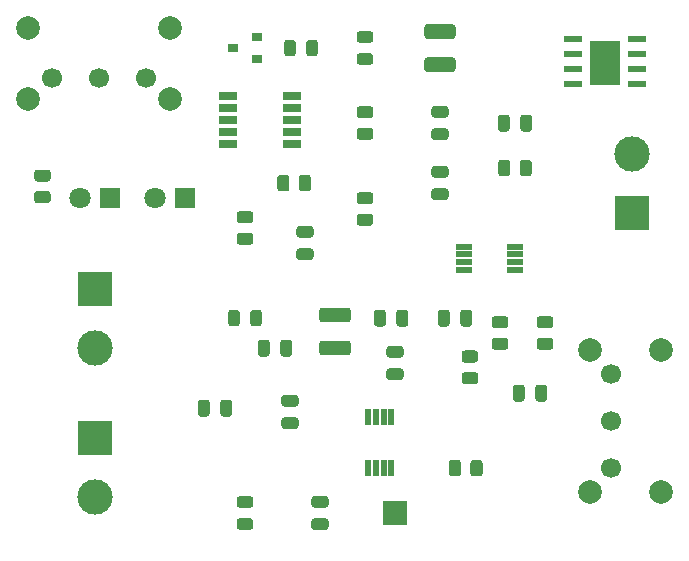
<source format=gbr>
%TF.GenerationSoftware,KiCad,Pcbnew,(5.1.10)-1*%
%TF.CreationDate,2021-08-29T18:49:46-07:00*%
%TF.ProjectId,Solar Charger,536f6c61-7220-4436-9861-726765722e6b,rev?*%
%TF.SameCoordinates,Original*%
%TF.FileFunction,Soldermask,Top*%
%TF.FilePolarity,Negative*%
%FSLAX46Y46*%
G04 Gerber Fmt 4.6, Leading zero omitted, Abs format (unit mm)*
G04 Created by KiCad (PCBNEW (5.1.10)-1) date 2021-08-29 18:49:46*
%MOMM*%
%LPD*%
G01*
G04 APERTURE LIST*
%ADD10C,1.700000*%
%ADD11C,2.000000*%
%ADD12C,1.800000*%
%ADD13R,1.800000X1.800000*%
%ADD14R,0.480000X1.470000*%
%ADD15R,1.525000X0.650000*%
%ADD16R,1.470000X0.480000*%
%ADD17R,2.620000X3.810000*%
%ADD18R,1.600000X0.610000*%
%ADD19R,2.000000X2.000000*%
%ADD20R,0.900000X0.800000*%
%ADD21C,3.000000*%
%ADD22R,3.000000X3.000000*%
G04 APERTURE END LIST*
D10*
%TO.C,Output +5V*%
X119860000Y-83440000D03*
X119860000Y-87440000D03*
X119860000Y-91440000D03*
D11*
X124110000Y-93440000D03*
X124110000Y-81440000D03*
X118110000Y-81440000D03*
X118110000Y-93440000D03*
%TD*%
D12*
%TO.C,Fully Charged*%
X81280000Y-68580000D03*
D13*
X83820000Y-68580000D03*
%TD*%
D10*
%TO.C,Charge Battery*%
X72550000Y-58420000D03*
X76550000Y-58420000D03*
X80550000Y-58420000D03*
D11*
X82550000Y-54170000D03*
X70550000Y-54170000D03*
X70550000Y-60170000D03*
X82550000Y-60170000D03*
%TD*%
D14*
%TO.C,U4*%
X101305000Y-87140000D03*
X100655000Y-87140000D03*
X100005000Y-87140000D03*
X99355000Y-87140000D03*
X99355000Y-91440000D03*
X100005000Y-91440000D03*
X100655000Y-91440000D03*
X101305000Y-91440000D03*
%TD*%
D15*
%TO.C,U3*%
X87458000Y-59960000D03*
X87458000Y-60960000D03*
X87458000Y-61960000D03*
X87458000Y-62960000D03*
X87458000Y-63960000D03*
X92882000Y-63960000D03*
X92882000Y-62960000D03*
X92882000Y-61960000D03*
X92882000Y-60960000D03*
X92882000Y-59960000D03*
%TD*%
D16*
%TO.C,U2*%
X111760000Y-74635000D03*
X111760000Y-73985000D03*
X111760000Y-73335000D03*
X111760000Y-72685000D03*
X107460000Y-72685000D03*
X107460000Y-73335000D03*
X107460000Y-73985000D03*
X107460000Y-74635000D03*
%TD*%
D17*
%TO.C,U1*%
X119380000Y-57150000D03*
D18*
X122080000Y-57635000D03*
X116680000Y-55095000D03*
X116680000Y-56365000D03*
X116680000Y-57635000D03*
X116680000Y-58905000D03*
X122080000Y-55095000D03*
X122080000Y-56365000D03*
X122080000Y-58905000D03*
%TD*%
D19*
%TO.C,TP1*%
X101600000Y-95250000D03*
%TD*%
%TO.C,R10*%
G36*
G01*
X107992500Y-91890001D02*
X107992500Y-90989999D01*
G75*
G02*
X108242499Y-90740000I249999J0D01*
G01*
X108767501Y-90740000D01*
G75*
G02*
X109017500Y-90989999I0J-249999D01*
G01*
X109017500Y-91890001D01*
G75*
G02*
X108767501Y-92140000I-249999J0D01*
G01*
X108242499Y-92140000D01*
G75*
G02*
X107992500Y-91890001I0J249999D01*
G01*
G37*
G36*
G01*
X106167500Y-91890001D02*
X106167500Y-90989999D01*
G75*
G02*
X106417499Y-90740000I249999J0D01*
G01*
X106942501Y-90740000D01*
G75*
G02*
X107192500Y-90989999I0J-249999D01*
G01*
X107192500Y-91890001D01*
G75*
G02*
X106942501Y-92140000I-249999J0D01*
G01*
X106417499Y-92140000D01*
G75*
G02*
X106167500Y-91890001I0J249999D01*
G01*
G37*
%TD*%
%TO.C,R9*%
G36*
G01*
X99510001Y-61830000D02*
X98609999Y-61830000D01*
G75*
G02*
X98360000Y-61580001I0J249999D01*
G01*
X98360000Y-61054999D01*
G75*
G02*
X98609999Y-60805000I249999J0D01*
G01*
X99510001Y-60805000D01*
G75*
G02*
X99760000Y-61054999I0J-249999D01*
G01*
X99760000Y-61580001D01*
G75*
G02*
X99510001Y-61830000I-249999J0D01*
G01*
G37*
G36*
G01*
X99510001Y-63655000D02*
X98609999Y-63655000D01*
G75*
G02*
X98360000Y-63405001I0J249999D01*
G01*
X98360000Y-62879999D01*
G75*
G02*
X98609999Y-62630000I249999J0D01*
G01*
X99510001Y-62630000D01*
G75*
G02*
X99760000Y-62879999I0J-249999D01*
G01*
X99760000Y-63405001D01*
G75*
G02*
X99510001Y-63655000I-249999J0D01*
G01*
G37*
%TD*%
%TO.C,R8*%
G36*
G01*
X99510001Y-69092500D02*
X98609999Y-69092500D01*
G75*
G02*
X98360000Y-68842501I0J249999D01*
G01*
X98360000Y-68317499D01*
G75*
G02*
X98609999Y-68067500I249999J0D01*
G01*
X99510001Y-68067500D01*
G75*
G02*
X99760000Y-68317499I0J-249999D01*
G01*
X99760000Y-68842501D01*
G75*
G02*
X99510001Y-69092500I-249999J0D01*
G01*
G37*
G36*
G01*
X99510001Y-70917500D02*
X98609999Y-70917500D01*
G75*
G02*
X98360000Y-70667501I0J249999D01*
G01*
X98360000Y-70142499D01*
G75*
G02*
X98609999Y-69892500I249999J0D01*
G01*
X99510001Y-69892500D01*
G75*
G02*
X99760000Y-70142499I0J-249999D01*
G01*
X99760000Y-70667501D01*
G75*
G02*
X99510001Y-70917500I-249999J0D01*
G01*
G37*
%TD*%
%TO.C,R7*%
G36*
G01*
X93467500Y-67760001D02*
X93467500Y-66859999D01*
G75*
G02*
X93717499Y-66610000I249999J0D01*
G01*
X94242501Y-66610000D01*
G75*
G02*
X94492500Y-66859999I0J-249999D01*
G01*
X94492500Y-67760001D01*
G75*
G02*
X94242501Y-68010000I-249999J0D01*
G01*
X93717499Y-68010000D01*
G75*
G02*
X93467500Y-67760001I0J249999D01*
G01*
G37*
G36*
G01*
X91642500Y-67760001D02*
X91642500Y-66859999D01*
G75*
G02*
X91892499Y-66610000I249999J0D01*
G01*
X92417501Y-66610000D01*
G75*
G02*
X92667500Y-66859999I0J-249999D01*
G01*
X92667500Y-67760001D01*
G75*
G02*
X92417501Y-68010000I-249999J0D01*
G01*
X91892499Y-68010000D01*
G75*
G02*
X91642500Y-67760001I0J249999D01*
G01*
G37*
%TD*%
%TO.C,R6*%
G36*
G01*
X110039999Y-80410000D02*
X110940001Y-80410000D01*
G75*
G02*
X111190000Y-80659999I0J-249999D01*
G01*
X111190000Y-81185001D01*
G75*
G02*
X110940001Y-81435000I-249999J0D01*
G01*
X110039999Y-81435000D01*
G75*
G02*
X109790000Y-81185001I0J249999D01*
G01*
X109790000Y-80659999D01*
G75*
G02*
X110039999Y-80410000I249999J0D01*
G01*
G37*
G36*
G01*
X110039999Y-78585000D02*
X110940001Y-78585000D01*
G75*
G02*
X111190000Y-78834999I0J-249999D01*
G01*
X111190000Y-79360001D01*
G75*
G02*
X110940001Y-79610000I-249999J0D01*
G01*
X110039999Y-79610000D01*
G75*
G02*
X109790000Y-79360001I0J249999D01*
G01*
X109790000Y-78834999D01*
G75*
G02*
X110039999Y-78585000I249999J0D01*
G01*
G37*
%TD*%
%TO.C,R5*%
G36*
G01*
X108400001Y-82507500D02*
X107499999Y-82507500D01*
G75*
G02*
X107250000Y-82257501I0J249999D01*
G01*
X107250000Y-81732499D01*
G75*
G02*
X107499999Y-81482500I249999J0D01*
G01*
X108400001Y-81482500D01*
G75*
G02*
X108650000Y-81732499I0J-249999D01*
G01*
X108650000Y-82257501D01*
G75*
G02*
X108400001Y-82507500I-249999J0D01*
G01*
G37*
G36*
G01*
X108400001Y-84332500D02*
X107499999Y-84332500D01*
G75*
G02*
X107250000Y-84082501I0J249999D01*
G01*
X107250000Y-83557499D01*
G75*
G02*
X107499999Y-83307500I249999J0D01*
G01*
X108400001Y-83307500D01*
G75*
G02*
X108650000Y-83557499I0J-249999D01*
G01*
X108650000Y-84082501D01*
G75*
G02*
X108400001Y-84332500I-249999J0D01*
G01*
G37*
%TD*%
%TO.C,R4*%
G36*
G01*
X113849999Y-80410000D02*
X114750001Y-80410000D01*
G75*
G02*
X115000000Y-80659999I0J-249999D01*
G01*
X115000000Y-81185001D01*
G75*
G02*
X114750001Y-81435000I-249999J0D01*
G01*
X113849999Y-81435000D01*
G75*
G02*
X113600000Y-81185001I0J249999D01*
G01*
X113600000Y-80659999D01*
G75*
G02*
X113849999Y-80410000I249999J0D01*
G01*
G37*
G36*
G01*
X113849999Y-78585000D02*
X114750001Y-78585000D01*
G75*
G02*
X115000000Y-78834999I0J-249999D01*
G01*
X115000000Y-79360001D01*
G75*
G02*
X114750001Y-79610000I-249999J0D01*
G01*
X113849999Y-79610000D01*
G75*
G02*
X113600000Y-79360001I0J249999D01*
G01*
X113600000Y-78834999D01*
G75*
G02*
X113849999Y-78585000I249999J0D01*
G01*
G37*
%TD*%
%TO.C,R3*%
G36*
G01*
X89350001Y-70720000D02*
X88449999Y-70720000D01*
G75*
G02*
X88200000Y-70470001I0J249999D01*
G01*
X88200000Y-69944999D01*
G75*
G02*
X88449999Y-69695000I249999J0D01*
G01*
X89350001Y-69695000D01*
G75*
G02*
X89600000Y-69944999I0J-249999D01*
G01*
X89600000Y-70470001D01*
G75*
G02*
X89350001Y-70720000I-249999J0D01*
G01*
G37*
G36*
G01*
X89350001Y-72545000D02*
X88449999Y-72545000D01*
G75*
G02*
X88200000Y-72295001I0J249999D01*
G01*
X88200000Y-71769999D01*
G75*
G02*
X88449999Y-71520000I249999J0D01*
G01*
X89350001Y-71520000D01*
G75*
G02*
X89600000Y-71769999I0J-249999D01*
G01*
X89600000Y-72295001D01*
G75*
G02*
X89350001Y-72545000I-249999J0D01*
G01*
G37*
%TD*%
%TO.C,R2*%
G36*
G01*
X72205001Y-67187500D02*
X71304999Y-67187500D01*
G75*
G02*
X71055000Y-66937501I0J249999D01*
G01*
X71055000Y-66412499D01*
G75*
G02*
X71304999Y-66162500I249999J0D01*
G01*
X72205001Y-66162500D01*
G75*
G02*
X72455000Y-66412499I0J-249999D01*
G01*
X72455000Y-66937501D01*
G75*
G02*
X72205001Y-67187500I-249999J0D01*
G01*
G37*
G36*
G01*
X72205001Y-69012500D02*
X71304999Y-69012500D01*
G75*
G02*
X71055000Y-68762501I0J249999D01*
G01*
X71055000Y-68237499D01*
G75*
G02*
X71304999Y-67987500I249999J0D01*
G01*
X72205001Y-67987500D01*
G75*
G02*
X72455000Y-68237499I0J-249999D01*
G01*
X72455000Y-68762501D01*
G75*
G02*
X72205001Y-69012500I-249999J0D01*
G01*
G37*
%TD*%
%TO.C,R1*%
G36*
G01*
X111360000Y-65589999D02*
X111360000Y-66490001D01*
G75*
G02*
X111110001Y-66740000I-249999J0D01*
G01*
X110584999Y-66740000D01*
G75*
G02*
X110335000Y-66490001I0J249999D01*
G01*
X110335000Y-65589999D01*
G75*
G02*
X110584999Y-65340000I249999J0D01*
G01*
X111110001Y-65340000D01*
G75*
G02*
X111360000Y-65589999I0J-249999D01*
G01*
G37*
G36*
G01*
X113185000Y-65589999D02*
X113185000Y-66490001D01*
G75*
G02*
X112935001Y-66740000I-249999J0D01*
G01*
X112409999Y-66740000D01*
G75*
G02*
X112160000Y-66490001I0J249999D01*
G01*
X112160000Y-65589999D01*
G75*
G02*
X112409999Y-65340000I249999J0D01*
G01*
X112935001Y-65340000D01*
G75*
G02*
X113185000Y-65589999I0J-249999D01*
G01*
G37*
%TD*%
D20*
%TO.C,Q1*%
X87900000Y-55880000D03*
X89900000Y-54930000D03*
X89900000Y-56830000D03*
%TD*%
%TO.C,L2*%
G36*
G01*
X106485000Y-55105000D02*
X104335000Y-55105000D01*
G75*
G02*
X104085000Y-54855000I0J250000D01*
G01*
X104085000Y-54105000D01*
G75*
G02*
X104335000Y-53855000I250000J0D01*
G01*
X106485000Y-53855000D01*
G75*
G02*
X106735000Y-54105000I0J-250000D01*
G01*
X106735000Y-54855000D01*
G75*
G02*
X106485000Y-55105000I-250000J0D01*
G01*
G37*
G36*
G01*
X106485000Y-57905000D02*
X104335000Y-57905000D01*
G75*
G02*
X104085000Y-57655000I0J250000D01*
G01*
X104085000Y-56905000D01*
G75*
G02*
X104335000Y-56655000I250000J0D01*
G01*
X106485000Y-56655000D01*
G75*
G02*
X106735000Y-56905000I0J-250000D01*
G01*
X106735000Y-57655000D01*
G75*
G02*
X106485000Y-57905000I-250000J0D01*
G01*
G37*
%TD*%
%TO.C,L1*%
G36*
G01*
X97595000Y-79105000D02*
X95445000Y-79105000D01*
G75*
G02*
X95195000Y-78855000I0J250000D01*
G01*
X95195000Y-78105000D01*
G75*
G02*
X95445000Y-77855000I250000J0D01*
G01*
X97595000Y-77855000D01*
G75*
G02*
X97845000Y-78105000I0J-250000D01*
G01*
X97845000Y-78855000D01*
G75*
G02*
X97595000Y-79105000I-250000J0D01*
G01*
G37*
G36*
G01*
X97595000Y-81905000D02*
X95445000Y-81905000D01*
G75*
G02*
X95195000Y-81655000I0J250000D01*
G01*
X95195000Y-80905000D01*
G75*
G02*
X95445000Y-80655000I250000J0D01*
G01*
X97595000Y-80655000D01*
G75*
G02*
X97845000Y-80905000I0J-250000D01*
G01*
X97845000Y-81655000D01*
G75*
G02*
X97595000Y-81905000I-250000J0D01*
G01*
G37*
%TD*%
D21*
%TO.C,5V Output*%
X76200000Y-93900000D03*
D22*
X76200000Y-88900000D03*
%TD*%
D21*
%TO.C,Solar Panel*%
X76200000Y-81280000D03*
D22*
X76200000Y-76280000D03*
%TD*%
D21*
%TO.C,Battery*%
X121666000Y-64850000D03*
D22*
X121666000Y-69850000D03*
%TD*%
%TO.C,D6*%
G36*
G01*
X88443750Y-95700000D02*
X89356250Y-95700000D01*
G75*
G02*
X89600000Y-95943750I0J-243750D01*
G01*
X89600000Y-96431250D01*
G75*
G02*
X89356250Y-96675000I-243750J0D01*
G01*
X88443750Y-96675000D01*
G75*
G02*
X88200000Y-96431250I0J243750D01*
G01*
X88200000Y-95943750D01*
G75*
G02*
X88443750Y-95700000I243750J0D01*
G01*
G37*
G36*
G01*
X88443750Y-93825000D02*
X89356250Y-93825000D01*
G75*
G02*
X89600000Y-94068750I0J-243750D01*
G01*
X89600000Y-94556250D01*
G75*
G02*
X89356250Y-94800000I-243750J0D01*
G01*
X88443750Y-94800000D01*
G75*
G02*
X88200000Y-94556250I0J243750D01*
G01*
X88200000Y-94068750D01*
G75*
G02*
X88443750Y-93825000I243750J0D01*
G01*
G37*
%TD*%
%TO.C,D5*%
G36*
G01*
X99516250Y-55430000D02*
X98603750Y-55430000D01*
G75*
G02*
X98360000Y-55186250I0J243750D01*
G01*
X98360000Y-54698750D01*
G75*
G02*
X98603750Y-54455000I243750J0D01*
G01*
X99516250Y-54455000D01*
G75*
G02*
X99760000Y-54698750I0J-243750D01*
G01*
X99760000Y-55186250D01*
G75*
G02*
X99516250Y-55430000I-243750J0D01*
G01*
G37*
G36*
G01*
X99516250Y-57305000D02*
X98603750Y-57305000D01*
G75*
G02*
X98360000Y-57061250I0J243750D01*
G01*
X98360000Y-56573750D01*
G75*
G02*
X98603750Y-56330000I243750J0D01*
G01*
X99516250Y-56330000D01*
G75*
G02*
X99760000Y-56573750I0J-243750D01*
G01*
X99760000Y-57061250D01*
G75*
G02*
X99516250Y-57305000I-243750J0D01*
G01*
G37*
%TD*%
%TO.C,D4*%
G36*
G01*
X93197500Y-55423750D02*
X93197500Y-56336250D01*
G75*
G02*
X92953750Y-56580000I-243750J0D01*
G01*
X92466250Y-56580000D01*
G75*
G02*
X92222500Y-56336250I0J243750D01*
G01*
X92222500Y-55423750D01*
G75*
G02*
X92466250Y-55180000I243750J0D01*
G01*
X92953750Y-55180000D01*
G75*
G02*
X93197500Y-55423750I0J-243750D01*
G01*
G37*
G36*
G01*
X95072500Y-55423750D02*
X95072500Y-56336250D01*
G75*
G02*
X94828750Y-56580000I-243750J0D01*
G01*
X94341250Y-56580000D01*
G75*
G02*
X94097500Y-56336250I0J243750D01*
G01*
X94097500Y-55423750D01*
G75*
G02*
X94341250Y-55180000I243750J0D01*
G01*
X94828750Y-55180000D01*
G75*
G02*
X95072500Y-55423750I0J-243750D01*
G01*
G37*
%TD*%
%TO.C,D3*%
G36*
G01*
X89350000Y-79196250D02*
X89350000Y-78283750D01*
G75*
G02*
X89593750Y-78040000I243750J0D01*
G01*
X90081250Y-78040000D01*
G75*
G02*
X90325000Y-78283750I0J-243750D01*
G01*
X90325000Y-79196250D01*
G75*
G02*
X90081250Y-79440000I-243750J0D01*
G01*
X89593750Y-79440000D01*
G75*
G02*
X89350000Y-79196250I0J243750D01*
G01*
G37*
G36*
G01*
X87475000Y-79196250D02*
X87475000Y-78283750D01*
G75*
G02*
X87718750Y-78040000I243750J0D01*
G01*
X88206250Y-78040000D01*
G75*
G02*
X88450000Y-78283750I0J-243750D01*
G01*
X88450000Y-79196250D01*
G75*
G02*
X88206250Y-79440000I-243750J0D01*
G01*
X87718750Y-79440000D01*
G75*
G02*
X87475000Y-79196250I0J243750D01*
G01*
G37*
%TD*%
D12*
%TO.C,Charging*%
X74930000Y-68580000D03*
D13*
X77470000Y-68580000D03*
%TD*%
%TO.C,C12*%
G36*
G01*
X90990000Y-80805000D02*
X90990000Y-81755000D01*
G75*
G02*
X90740000Y-82005000I-250000J0D01*
G01*
X90240000Y-82005000D01*
G75*
G02*
X89990000Y-81755000I0J250000D01*
G01*
X89990000Y-80805000D01*
G75*
G02*
X90240000Y-80555000I250000J0D01*
G01*
X90740000Y-80555000D01*
G75*
G02*
X90990000Y-80805000I0J-250000D01*
G01*
G37*
G36*
G01*
X92890000Y-80805000D02*
X92890000Y-81755000D01*
G75*
G02*
X92640000Y-82005000I-250000J0D01*
G01*
X92140000Y-82005000D01*
G75*
G02*
X91890000Y-81755000I0J250000D01*
G01*
X91890000Y-80805000D01*
G75*
G02*
X92140000Y-80555000I250000J0D01*
G01*
X92640000Y-80555000D01*
G75*
G02*
X92890000Y-80805000I0J-250000D01*
G01*
G37*
%TD*%
%TO.C,C11*%
G36*
G01*
X101730000Y-79215000D02*
X101730000Y-78265000D01*
G75*
G02*
X101980000Y-78015000I250000J0D01*
G01*
X102480000Y-78015000D01*
G75*
G02*
X102730000Y-78265000I0J-250000D01*
G01*
X102730000Y-79215000D01*
G75*
G02*
X102480000Y-79465000I-250000J0D01*
G01*
X101980000Y-79465000D01*
G75*
G02*
X101730000Y-79215000I0J250000D01*
G01*
G37*
G36*
G01*
X99830000Y-79215000D02*
X99830000Y-78265000D01*
G75*
G02*
X100080000Y-78015000I250000J0D01*
G01*
X100580000Y-78015000D01*
G75*
G02*
X100830000Y-78265000I0J-250000D01*
G01*
X100830000Y-79215000D01*
G75*
G02*
X100580000Y-79465000I-250000J0D01*
G01*
X100080000Y-79465000D01*
G75*
G02*
X99830000Y-79215000I0J250000D01*
G01*
G37*
%TD*%
%TO.C,C10*%
G36*
G01*
X104935000Y-67760000D02*
X105885000Y-67760000D01*
G75*
G02*
X106135000Y-68010000I0J-250000D01*
G01*
X106135000Y-68510000D01*
G75*
G02*
X105885000Y-68760000I-250000J0D01*
G01*
X104935000Y-68760000D01*
G75*
G02*
X104685000Y-68510000I0J250000D01*
G01*
X104685000Y-68010000D01*
G75*
G02*
X104935000Y-67760000I250000J0D01*
G01*
G37*
G36*
G01*
X104935000Y-65860000D02*
X105885000Y-65860000D01*
G75*
G02*
X106135000Y-66110000I0J-250000D01*
G01*
X106135000Y-66610000D01*
G75*
G02*
X105885000Y-66860000I-250000J0D01*
G01*
X104935000Y-66860000D01*
G75*
G02*
X104685000Y-66610000I0J250000D01*
G01*
X104685000Y-66110000D01*
G75*
G02*
X104935000Y-65860000I250000J0D01*
G01*
G37*
%TD*%
%TO.C,C9*%
G36*
G01*
X94775000Y-95700000D02*
X95725000Y-95700000D01*
G75*
G02*
X95975000Y-95950000I0J-250000D01*
G01*
X95975000Y-96450000D01*
G75*
G02*
X95725000Y-96700000I-250000J0D01*
G01*
X94775000Y-96700000D01*
G75*
G02*
X94525000Y-96450000I0J250000D01*
G01*
X94525000Y-95950000D01*
G75*
G02*
X94775000Y-95700000I250000J0D01*
G01*
G37*
G36*
G01*
X94775000Y-93800000D02*
X95725000Y-93800000D01*
G75*
G02*
X95975000Y-94050000I0J-250000D01*
G01*
X95975000Y-94550000D01*
G75*
G02*
X95725000Y-94800000I-250000J0D01*
G01*
X94775000Y-94800000D01*
G75*
G02*
X94525000Y-94550000I0J250000D01*
G01*
X94525000Y-94050000D01*
G75*
G02*
X94775000Y-93800000I250000J0D01*
G01*
G37*
%TD*%
%TO.C,C8*%
G36*
G01*
X104935000Y-62680000D02*
X105885000Y-62680000D01*
G75*
G02*
X106135000Y-62930000I0J-250000D01*
G01*
X106135000Y-63430000D01*
G75*
G02*
X105885000Y-63680000I-250000J0D01*
G01*
X104935000Y-63680000D01*
G75*
G02*
X104685000Y-63430000I0J250000D01*
G01*
X104685000Y-62930000D01*
G75*
G02*
X104935000Y-62680000I250000J0D01*
G01*
G37*
G36*
G01*
X104935000Y-60780000D02*
X105885000Y-60780000D01*
G75*
G02*
X106135000Y-61030000I0J-250000D01*
G01*
X106135000Y-61530000D01*
G75*
G02*
X105885000Y-61780000I-250000J0D01*
G01*
X104935000Y-61780000D01*
G75*
G02*
X104685000Y-61530000I0J250000D01*
G01*
X104685000Y-61030000D01*
G75*
G02*
X104935000Y-60780000I250000J0D01*
G01*
G37*
%TD*%
%TO.C,C7*%
G36*
G01*
X102075000Y-82100000D02*
X101125000Y-82100000D01*
G75*
G02*
X100875000Y-81850000I0J250000D01*
G01*
X100875000Y-81350000D01*
G75*
G02*
X101125000Y-81100000I250000J0D01*
G01*
X102075000Y-81100000D01*
G75*
G02*
X102325000Y-81350000I0J-250000D01*
G01*
X102325000Y-81850000D01*
G75*
G02*
X102075000Y-82100000I-250000J0D01*
G01*
G37*
G36*
G01*
X102075000Y-84000000D02*
X101125000Y-84000000D01*
G75*
G02*
X100875000Y-83750000I0J250000D01*
G01*
X100875000Y-83250000D01*
G75*
G02*
X101125000Y-83000000I250000J0D01*
G01*
X102075000Y-83000000D01*
G75*
G02*
X102325000Y-83250000I0J-250000D01*
G01*
X102325000Y-83750000D01*
G75*
G02*
X102075000Y-84000000I-250000J0D01*
G01*
G37*
%TD*%
%TO.C,C6*%
G36*
G01*
X85910000Y-85885000D02*
X85910000Y-86835000D01*
G75*
G02*
X85660000Y-87085000I-250000J0D01*
G01*
X85160000Y-87085000D01*
G75*
G02*
X84910000Y-86835000I0J250000D01*
G01*
X84910000Y-85885000D01*
G75*
G02*
X85160000Y-85635000I250000J0D01*
G01*
X85660000Y-85635000D01*
G75*
G02*
X85910000Y-85885000I0J-250000D01*
G01*
G37*
G36*
G01*
X87810000Y-85885000D02*
X87810000Y-86835000D01*
G75*
G02*
X87560000Y-87085000I-250000J0D01*
G01*
X87060000Y-87085000D01*
G75*
G02*
X86810000Y-86835000I0J250000D01*
G01*
X86810000Y-85885000D01*
G75*
G02*
X87060000Y-85635000I250000J0D01*
G01*
X87560000Y-85635000D01*
G75*
G02*
X87810000Y-85885000I0J-250000D01*
G01*
G37*
%TD*%
%TO.C,C5*%
G36*
G01*
X93185000Y-86230000D02*
X92235000Y-86230000D01*
G75*
G02*
X91985000Y-85980000I0J250000D01*
G01*
X91985000Y-85480000D01*
G75*
G02*
X92235000Y-85230000I250000J0D01*
G01*
X93185000Y-85230000D01*
G75*
G02*
X93435000Y-85480000I0J-250000D01*
G01*
X93435000Y-85980000D01*
G75*
G02*
X93185000Y-86230000I-250000J0D01*
G01*
G37*
G36*
G01*
X93185000Y-88130000D02*
X92235000Y-88130000D01*
G75*
G02*
X91985000Y-87880000I0J250000D01*
G01*
X91985000Y-87380000D01*
G75*
G02*
X92235000Y-87130000I250000J0D01*
G01*
X93185000Y-87130000D01*
G75*
G02*
X93435000Y-87380000I0J-250000D01*
G01*
X93435000Y-87880000D01*
G75*
G02*
X93185000Y-88130000I-250000J0D01*
G01*
G37*
%TD*%
%TO.C,C4*%
G36*
G01*
X112580000Y-84615000D02*
X112580000Y-85565000D01*
G75*
G02*
X112330000Y-85815000I-250000J0D01*
G01*
X111830000Y-85815000D01*
G75*
G02*
X111580000Y-85565000I0J250000D01*
G01*
X111580000Y-84615000D01*
G75*
G02*
X111830000Y-84365000I250000J0D01*
G01*
X112330000Y-84365000D01*
G75*
G02*
X112580000Y-84615000I0J-250000D01*
G01*
G37*
G36*
G01*
X114480000Y-84615000D02*
X114480000Y-85565000D01*
G75*
G02*
X114230000Y-85815000I-250000J0D01*
G01*
X113730000Y-85815000D01*
G75*
G02*
X113480000Y-85565000I0J250000D01*
G01*
X113480000Y-84615000D01*
G75*
G02*
X113730000Y-84365000I250000J0D01*
G01*
X114230000Y-84365000D01*
G75*
G02*
X114480000Y-84615000I0J-250000D01*
G01*
G37*
%TD*%
%TO.C,C3*%
G36*
G01*
X107130000Y-79215000D02*
X107130000Y-78265000D01*
G75*
G02*
X107380000Y-78015000I250000J0D01*
G01*
X107880000Y-78015000D01*
G75*
G02*
X108130000Y-78265000I0J-250000D01*
G01*
X108130000Y-79215000D01*
G75*
G02*
X107880000Y-79465000I-250000J0D01*
G01*
X107380000Y-79465000D01*
G75*
G02*
X107130000Y-79215000I0J250000D01*
G01*
G37*
G36*
G01*
X105230000Y-79215000D02*
X105230000Y-78265000D01*
G75*
G02*
X105480000Y-78015000I250000J0D01*
G01*
X105980000Y-78015000D01*
G75*
G02*
X106230000Y-78265000I0J-250000D01*
G01*
X106230000Y-79215000D01*
G75*
G02*
X105980000Y-79465000I-250000J0D01*
G01*
X105480000Y-79465000D01*
G75*
G02*
X105230000Y-79215000I0J250000D01*
G01*
G37*
%TD*%
%TO.C,C2*%
G36*
G01*
X94455000Y-71940000D02*
X93505000Y-71940000D01*
G75*
G02*
X93255000Y-71690000I0J250000D01*
G01*
X93255000Y-71190000D01*
G75*
G02*
X93505000Y-70940000I250000J0D01*
G01*
X94455000Y-70940000D01*
G75*
G02*
X94705000Y-71190000I0J-250000D01*
G01*
X94705000Y-71690000D01*
G75*
G02*
X94455000Y-71940000I-250000J0D01*
G01*
G37*
G36*
G01*
X94455000Y-73840000D02*
X93505000Y-73840000D01*
G75*
G02*
X93255000Y-73590000I0J250000D01*
G01*
X93255000Y-73090000D01*
G75*
G02*
X93505000Y-72840000I250000J0D01*
G01*
X94455000Y-72840000D01*
G75*
G02*
X94705000Y-73090000I0J-250000D01*
G01*
X94705000Y-73590000D01*
G75*
G02*
X94455000Y-73840000I-250000J0D01*
G01*
G37*
%TD*%
%TO.C,C1*%
G36*
G01*
X112210000Y-62705000D02*
X112210000Y-61755000D01*
G75*
G02*
X112460000Y-61505000I250000J0D01*
G01*
X112960000Y-61505000D01*
G75*
G02*
X113210000Y-61755000I0J-250000D01*
G01*
X113210000Y-62705000D01*
G75*
G02*
X112960000Y-62955000I-250000J0D01*
G01*
X112460000Y-62955000D01*
G75*
G02*
X112210000Y-62705000I0J250000D01*
G01*
G37*
G36*
G01*
X110310000Y-62705000D02*
X110310000Y-61755000D01*
G75*
G02*
X110560000Y-61505000I250000J0D01*
G01*
X111060000Y-61505000D01*
G75*
G02*
X111310000Y-61755000I0J-250000D01*
G01*
X111310000Y-62705000D01*
G75*
G02*
X111060000Y-62955000I-250000J0D01*
G01*
X110560000Y-62955000D01*
G75*
G02*
X110310000Y-62705000I0J250000D01*
G01*
G37*
%TD*%
M02*

</source>
